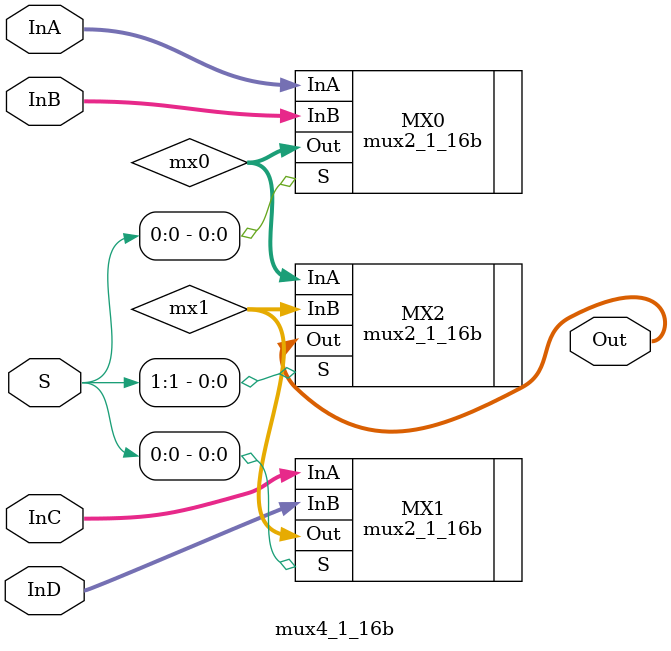
<source format=v>
module mux4_1_16b(InA, InB, InC, InD, S, Out);
	input [15:0] InA, InB, InC, InD;
	input [1:0] S;

	output [15:0] Out;
	
	wire [15:0] mx0, mx1;
	mux2_1_16b MX0 (.InA(InA[15:0]), .InB(InB[15:0]), .S(S[0]), .Out(mx0[15:0]));
	mux2_1_16b MX1 (.InA(InC[15:0]), .InB(InD[15:0]), .S(S[0]), .Out(mx1[15:0]));
	mux2_1_16b MX2 (.InA(mx0[15:0]), .InB(mx1[15:0]), .S(S[1]), .Out(Out[15:0]));
endmodule

</source>
